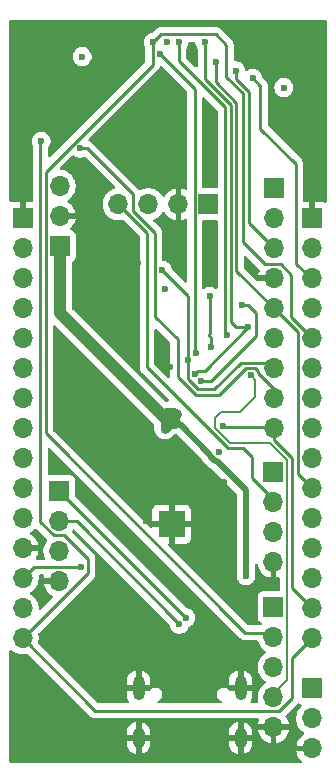
<source format=gbr>
%TF.GenerationSoftware,KiCad,Pcbnew,9.0.0*%
%TF.CreationDate,2025-04-24T12:01:06-04:00*%
%TF.ProjectId,Tiny4FSKGeneralShield,54696e79-3446-4534-9b47-656e6572616c,rev?*%
%TF.SameCoordinates,Original*%
%TF.FileFunction,Copper,L4,Bot*%
%TF.FilePolarity,Positive*%
%FSLAX46Y46*%
G04 Gerber Fmt 4.6, Leading zero omitted, Abs format (unit mm)*
G04 Created by KiCad (PCBNEW 9.0.0) date 2025-04-24 12:01:06*
%MOMM*%
%LPD*%
G01*
G04 APERTURE LIST*
%TA.AperFunction,ComponentPad*%
%ADD10R,1.700000X1.700000*%
%TD*%
%TA.AperFunction,ComponentPad*%
%ADD11O,1.700000X1.700000*%
%TD*%
%TA.AperFunction,HeatsinkPad*%
%ADD12O,1.000000X2.100000*%
%TD*%
%TA.AperFunction,HeatsinkPad*%
%ADD13O,1.000000X1.800000*%
%TD*%
%TA.AperFunction,ComponentPad*%
%ADD14C,0.600000*%
%TD*%
%TA.AperFunction,SMDPad,CuDef*%
%ADD15R,2.300000X2.300000*%
%TD*%
%TA.AperFunction,ViaPad*%
%ADD16C,0.600000*%
%TD*%
%TA.AperFunction,Conductor*%
%ADD17C,0.500000*%
%TD*%
%TA.AperFunction,Conductor*%
%ADD18C,0.750000*%
%TD*%
%TA.AperFunction,Conductor*%
%ADD19C,1.000000*%
%TD*%
%TA.AperFunction,Conductor*%
%ADD20C,0.250000*%
%TD*%
%TA.AperFunction,Conductor*%
%ADD21C,0.200000*%
%TD*%
G04 APERTURE END LIST*
D10*
%TO.P,J17,1,Pin_1*%
%TO.N,Earth*%
X136500000Y-80260000D03*
D11*
%TO.P,J17,2,Pin_2*%
%TO.N,SDA_5*%
X136500000Y-82800000D03*
%TO.P,J17,3,Pin_3*%
%TO.N,SCL_5*%
X136500000Y-85340000D03*
%TO.P,J17,4,Pin_4*%
%TO.N,Earth*%
X136500000Y-87880000D03*
%TO.P,J17,5,Pin_5*%
%TO.N,MOSI_5*%
X136500000Y-90420000D03*
%TO.P,J17,6,Pin_6*%
%TO.N,MISO_5*%
X136500000Y-92960000D03*
%TO.P,J17,7,Pin_7*%
%TO.N,SCK_5*%
X136500000Y-95500000D03*
%TO.P,J17,8,Pin_8*%
%TO.N,Earth*%
X136500000Y-98040000D03*
%TO.P,J17,9,Pin_9*%
%TO.N,D12_5*%
X136500000Y-100580000D03*
%TO.P,J17,10,Pin_10*%
%TO.N,D13_5*%
X136500000Y-103120000D03*
%TO.P,J17,11,Pin_11*%
%TO.N,D38_5*%
X136500000Y-105660000D03*
%TO.P,J17,12,Pin_12*%
%TO.N,Earth*%
X136500000Y-108200000D03*
%TO.P,J17,13,Pin_13*%
%TO.N,A1_5*%
X136500000Y-110740000D03*
%TO.P,J17,14,Pin_14*%
%TO.N,A2_5*%
X136500000Y-113280000D03*
%TO.P,J17,15,Pin_15*%
%TO.N,GNDA*%
X136500000Y-115820000D03*
%TD*%
D12*
%TO.P,J2,S1,SHIELD*%
%TO.N,Earth*%
X146307000Y-120070772D03*
D13*
X146307000Y-124250772D03*
D12*
X154947000Y-120070772D03*
D13*
X154947000Y-124250772D03*
%TD*%
D10*
%TO.P,J16,1,Pin_1*%
%TO.N,Earth*%
X161000000Y-80260000D03*
D11*
%TO.P,J16,2,Pin_2*%
%TO.N,SDA*%
X161000000Y-82800000D03*
%TO.P,J16,3,Pin_3*%
%TO.N,SCL*%
X161000000Y-85340000D03*
%TO.P,J16,4,Pin_4*%
%TO.N,Earth*%
X161000000Y-87880000D03*
%TO.P,J16,5,Pin_5*%
%TO.N,MOSI*%
X161000000Y-90420000D03*
%TO.P,J16,6,Pin_6*%
%TO.N,MISO*%
X161000000Y-92960000D03*
%TO.P,J16,7,Pin_7*%
%TO.N,SCK*%
X161000000Y-95500000D03*
%TO.P,J16,8,Pin_8*%
%TO.N,Earth*%
X161000000Y-98040000D03*
%TO.P,J16,9,Pin_9*%
%TO.N,D12*%
X161000000Y-100580000D03*
%TO.P,J16,10,Pin_10*%
%TO.N,D13*%
X161000000Y-103120000D03*
%TO.P,J16,11,Pin_11*%
%TO.N,D38*%
X161000000Y-105660000D03*
%TO.P,J16,12,Pin_12*%
%TO.N,Earth*%
X161000000Y-108200000D03*
%TO.P,J16,13,Pin_13*%
%TO.N,A1*%
X161000000Y-110740000D03*
%TO.P,J16,14,Pin_14*%
%TO.N,A2*%
X161000000Y-113280000D03*
%TO.P,J16,15,Pin_15*%
%TO.N,GNDA*%
X161000000Y-115820000D03*
%TD*%
D10*
%TO.P,J15,1,Pin_1*%
%TO.N,+5V*%
X161000000Y-120075000D03*
D11*
%TO.P,J15,2,Pin_2*%
%TO.N,+3.3V*%
X161000000Y-122615000D03*
%TO.P,J15,3,Pin_3*%
%TO.N,Earth*%
X161000000Y-125155000D03*
%TD*%
D14*
%TO.P,U3,11,PGND*%
%TO.N,Earth*%
X148602000Y-106675772D03*
X149602000Y-106675772D03*
D15*
X149102000Y-106176772D03*
D14*
X149102000Y-106175772D03*
X148602000Y-105675772D03*
X149602000Y-105675772D03*
%TD*%
D10*
%TO.P,J12,1,Pin_1*%
%TO.N,+3.3V*%
X152227000Y-79075772D03*
D11*
%TO.P,J12,2,Pin_2*%
%TO.N,Earth*%
X149687000Y-79075772D03*
%TO.P,J12,3,Pin_3*%
%TO.N,SCL*%
X147147000Y-79075772D03*
%TO.P,J12,4,Pin_4*%
%TO.N,SDA*%
X144607000Y-79075772D03*
%TD*%
D10*
%TO.P,J7,1,Pin_1*%
%TO.N,+5V*%
X139641431Y-82602929D03*
D11*
%TO.P,J7,2,Pin_2*%
%TO.N,Earth*%
X139641431Y-80062929D03*
%TO.P,J7,3,Pin_3*%
%TO.N,+3.3V*%
X139641431Y-77522929D03*
%TD*%
D10*
%TO.P,J8,1,Pin_1*%
%TO.N,D+*%
X139597000Y-103360772D03*
D11*
%TO.P,J8,2,Pin_2*%
%TO.N,D-*%
X139597000Y-105900772D03*
%TO.P,J8,3,Pin_3*%
%TO.N,+3.3V*%
X139597000Y-108440772D03*
%TO.P,J8,4,Pin_4*%
%TO.N,Earth*%
X139597000Y-110980772D03*
%TD*%
D10*
%TO.P,J4,1,Pin_1*%
%TO.N,D38*%
X157747000Y-77730772D03*
D11*
%TO.P,J4,2,Pin_2*%
%TO.N,Earth*%
X157747000Y-80270772D03*
%TO.P,J4,3,Pin_3*%
%TO.N,D12*%
X157747000Y-82810772D03*
%TO.P,J4,4,Pin_4*%
%TO.N,Earth*%
X157747000Y-85350772D03*
%TO.P,J4,5,Pin_5*%
%TO.N,D13*%
X157747000Y-87890772D03*
%TO.P,J4,6,Pin_6*%
%TO.N,Earth*%
X157747000Y-90430772D03*
%TO.P,J4,7,Pin_7*%
%TO.N,A1*%
X157747000Y-92970772D03*
%TO.P,J4,8,Pin_8*%
%TO.N,GNDA*%
X157747000Y-95510772D03*
%TO.P,J4,9,Pin_9*%
%TO.N,A2*%
X157747000Y-98050772D03*
%TD*%
D10*
%TO.P,J6,1,Pin_1*%
%TO.N,+3.3V*%
X157727000Y-113175772D03*
D11*
%TO.P,J6,2,Pin_2*%
%TO.N,MOSI*%
X157727000Y-115715772D03*
%TO.P,J6,3,Pin_3*%
%TO.N,MISO*%
X157727000Y-118255772D03*
%TO.P,J6,4,Pin_4*%
%TO.N,SCK*%
X157727000Y-120795772D03*
%TO.P,J6,5,Pin_5*%
%TO.N,Earth*%
X157727000Y-123335772D03*
%TD*%
D10*
%TO.P,J3,1,Pin_1*%
%TO.N,+3.3V*%
X157727000Y-101740772D03*
D11*
%TO.P,J3,2,Pin_2*%
%TO.N,SDA*%
X157727000Y-104280772D03*
%TO.P,J3,3,Pin_3*%
%TO.N,SCL*%
X157727000Y-106820772D03*
%TO.P,J3,4,Pin_4*%
%TO.N,Earth*%
X157727000Y-109360772D03*
%TD*%
D16*
%TO.N,Earth*%
X161527000Y-75575772D03*
X152627000Y-73975772D03*
X151827000Y-105975772D03*
X145127000Y-117275772D03*
X143300000Y-86000000D03*
X137527000Y-121375772D03*
X152543667Y-124275772D03*
X141600000Y-97300000D03*
X161527000Y-70209106D03*
X136127000Y-77964661D03*
X142327000Y-68275772D03*
X148127000Y-124275772D03*
X145327000Y-102575772D03*
X149800000Y-82800000D03*
X135927000Y-121375772D03*
X151660333Y-124275772D03*
X161527000Y-73786883D03*
X153500000Y-102600000D03*
X136127000Y-67231328D03*
X145327000Y-101175772D03*
X140527000Y-64075772D03*
X146927000Y-105875772D03*
X157527000Y-71675772D03*
X149893667Y-124275772D03*
X161527000Y-66631328D03*
X145327000Y-99775772D03*
X149000000Y-92900000D03*
X144727000Y-110975772D03*
X145627000Y-71875772D03*
X147427000Y-71875772D03*
X144127000Y-74675772D03*
X144727000Y-111675772D03*
X145327000Y-100475772D03*
X151827000Y-106675772D03*
X149427000Y-71875772D03*
X138927000Y-119675772D03*
X150827000Y-65675772D03*
X153107234Y-100031385D03*
X153427000Y-124275772D03*
X150777000Y-124275772D03*
X146227000Y-84075772D03*
X154250000Y-112400000D03*
X150800000Y-103200000D03*
X145327000Y-101875772D03*
X149010333Y-124275772D03*
X161527000Y-68420217D03*
X143727000Y-72875772D03*
X152627000Y-73275772D03*
X146227000Y-115875772D03*
X161527000Y-77364661D03*
X144727000Y-112375772D03*
X139800000Y-124950000D03*
X140400000Y-115500000D03*
X152227000Y-114175772D03*
X152427000Y-82175772D03*
X154327000Y-115875772D03*
X144127000Y-66275772D03*
X142500000Y-93700000D03*
X135927000Y-119586883D03*
%TO.N,+5V*%
X149527000Y-96875772D03*
X148708325Y-97361558D03*
X155400000Y-110550000D03*
X148527000Y-98075772D03*
X148627000Y-96665772D03*
X149427000Y-97675772D03*
%TO.N,D38*%
X151175518Y-91675000D03*
X148127000Y-66375772D03*
%TO.N,SCK*%
X149727000Y-65375772D03*
X153800000Y-90125000D03*
X155800000Y-93575000D03*
%TO.N,MOSI*%
X147527000Y-65375772D03*
%TO.N,+3.3V*%
X141527000Y-66575772D03*
X158602000Y-69198792D03*
X148527000Y-86275772D03*
X148727000Y-65375772D03*
%TO.N,MISO*%
X151125000Y-93416209D03*
X155600000Y-89500000D03*
X151927000Y-65375772D03*
%TO.N,D-*%
X149752427Y-114647573D03*
%TO.N,D+*%
X150318114Y-114081886D03*
%TO.N,SCL*%
X151566942Y-94083058D03*
X155978596Y-68427368D03*
X155100000Y-87600000D03*
%TO.N,D13*%
X152827000Y-67000772D03*
%TO.N,A1*%
X150527000Y-92300000D03*
X148327000Y-84675772D03*
%TO.N,D12*%
X152441942Y-91158058D03*
X152327000Y-86875772D03*
X154527000Y-67775772D03*
%TO.N,A2*%
X153487765Y-97888007D03*
%TO.N,A1_5*%
X141400000Y-109800000D03*
%TO.N,GNDA*%
X138050000Y-73750000D03*
X141375000Y-74350000D03*
%TD*%
D17*
%TO.N,+5V*%
X149775772Y-97675772D02*
X149427000Y-97675772D01*
X152376000Y-100276000D02*
X149775772Y-97675772D01*
X152376000Y-100376361D02*
X152376000Y-100276000D01*
X152815925Y-100816286D02*
X152376000Y-100376361D01*
X155400000Y-103300000D02*
X152916286Y-100816286D01*
X155400000Y-110550000D02*
X155400000Y-103300000D01*
X152916286Y-100816286D02*
X152815925Y-100816286D01*
D18*
X148527000Y-96765772D02*
X148627000Y-96665772D01*
X148527000Y-98075772D02*
X148527000Y-96765772D01*
X149427000Y-97675772D02*
X149427000Y-96975772D01*
X149317000Y-96665772D02*
X149527000Y-96875772D01*
X148627000Y-96665772D02*
X149317000Y-96665772D01*
X148527000Y-97875772D02*
X149527000Y-96875772D01*
X148527000Y-98075772D02*
X148527000Y-97875772D01*
X149427000Y-97675772D02*
X149427000Y-97465772D01*
X149427000Y-97465772D02*
X148627000Y-96665772D01*
D19*
X148708325Y-97361558D02*
X139641431Y-88294664D01*
D18*
X148927000Y-97675772D02*
X148527000Y-98075772D01*
X149427000Y-96975772D02*
X149527000Y-96875772D01*
D19*
X139641431Y-88294664D02*
X139641431Y-82602929D01*
D18*
X149427000Y-97675772D02*
X148927000Y-97675772D01*
D20*
%TO.N,D38*%
X151152000Y-91600772D02*
X151051000Y-91499772D01*
X151152000Y-91651482D02*
X151152000Y-91600772D01*
X151051000Y-69299772D02*
X148127000Y-66375772D01*
X151175518Y-91675000D02*
X151152000Y-91651482D01*
X151051000Y-91499772D02*
X151051000Y-69299772D01*
D21*
%TO.N,SCK*%
X152800000Y-98048772D02*
X154027000Y-99275772D01*
D20*
X153627000Y-89875772D02*
X153627000Y-70875772D01*
D21*
X156191942Y-95410830D02*
X154902772Y-96700000D01*
X158900000Y-100748772D02*
X158900000Y-119362772D01*
D20*
X153627000Y-70875772D02*
X149727000Y-66975772D01*
X153800000Y-90048772D02*
X153627000Y-89875772D01*
D21*
X155800000Y-93575000D02*
X156191942Y-93966942D01*
X154902772Y-96700000D02*
X153300000Y-96700000D01*
D20*
X149727000Y-66975772D02*
X149727000Y-65375772D01*
D21*
X157427000Y-99275772D02*
X158900000Y-100748772D01*
X156191942Y-93966942D02*
X156191942Y-95410830D01*
X157727000Y-120535772D02*
X157727000Y-120795772D01*
D20*
X153800000Y-90125000D02*
X153800000Y-90048772D01*
D21*
X154027000Y-99275772D02*
X157427000Y-99275772D01*
X153300000Y-96700000D02*
X152800000Y-97200000D01*
X158900000Y-119362772D02*
X157727000Y-120535772D01*
X152800000Y-97200000D02*
X152800000Y-98048772D01*
D20*
%TO.N,MOSI*%
X157467000Y-115355772D02*
X155329000Y-115355772D01*
X153727000Y-68275772D02*
X155127000Y-69675772D01*
X153727000Y-65575772D02*
X153727000Y-68275772D01*
X155127000Y-69675772D02*
X155127000Y-82275772D01*
X152827000Y-64675772D02*
X153727000Y-65575772D01*
X158351312Y-84175772D02*
X159227000Y-85051460D01*
X147501000Y-67249000D02*
X147501000Y-65401772D01*
X147527000Y-65375772D02*
X148227000Y-64675772D01*
X155329000Y-115355772D02*
X138431155Y-98457927D01*
X138431155Y-76318845D02*
X147501000Y-67249000D01*
X138431155Y-98457927D02*
X138431155Y-76318845D01*
X159227000Y-85051460D02*
X159227000Y-88647000D01*
X157727000Y-115615772D02*
X157467000Y-115355772D01*
X155127000Y-82275772D02*
X157027000Y-84175772D01*
X157027000Y-84175772D02*
X158351312Y-84175772D01*
X148227000Y-64675772D02*
X152827000Y-64675772D01*
X159227000Y-88647000D02*
X161000000Y-90420000D01*
X157727000Y-115715772D02*
X157727000Y-115615772D01*
X147501000Y-65401772D02*
X147527000Y-65375772D01*
%TO.N,MISO*%
X151125000Y-93416209D02*
X151330362Y-93210847D01*
X155600000Y-89500000D02*
X154551228Y-89500000D01*
X154127000Y-89075772D02*
X154127000Y-70675772D01*
X151889153Y-93210847D02*
X155600000Y-89500000D01*
X151330362Y-93210847D02*
X151889153Y-93210847D01*
X151927000Y-68475772D02*
X151927000Y-65375772D01*
X154127000Y-70675772D02*
X151927000Y-68475772D01*
X154551228Y-89500000D02*
X154127000Y-89075772D01*
%TO.N,D-*%
X141052000Y-105900772D02*
X139597000Y-105900772D01*
X149752427Y-114647573D02*
X149752427Y-114601199D01*
X149752427Y-114601199D02*
X141052000Y-105900772D01*
%TO.N,D+*%
X150318114Y-114081886D02*
X139597000Y-103360772D01*
%TO.N,SCL*%
X159627000Y-75675772D02*
X159627000Y-84103855D01*
X156627000Y-72675772D02*
X159627000Y-75675772D01*
X159627000Y-84103855D02*
X161044718Y-85521573D01*
X156227000Y-90273000D02*
X156227000Y-88275772D01*
X155978596Y-68427368D02*
X156627000Y-69075772D01*
X151566942Y-94083058D02*
X152416942Y-94083058D01*
X152416942Y-94083058D02*
X156227000Y-90273000D01*
X156227000Y-88275772D02*
X155551228Y-87600000D01*
X156627000Y-69075772D02*
X156627000Y-72675772D01*
X155551228Y-87600000D02*
X155100000Y-87600000D01*
%TO.N,SDA*%
X147027000Y-81495772D02*
X144607000Y-79075772D01*
X147027000Y-92878227D02*
X147027000Y-81495772D01*
X155927000Y-102275772D02*
X155927000Y-100475772D01*
X157727000Y-104280772D02*
X157727000Y-104075772D01*
X157727000Y-104075772D02*
X155927000Y-102275772D01*
X155927000Y-100475772D02*
X155153000Y-99701772D01*
X153850545Y-99701772D02*
X147027000Y-92878227D01*
X155153000Y-99701772D02*
X153850545Y-99701772D01*
%TO.N,D13*%
X154578000Y-84721772D02*
X157747000Y-87890772D01*
X152827000Y-67000772D02*
X152827000Y-68737962D01*
X154578000Y-70488962D02*
X154578000Y-84721772D01*
X159777000Y-101897000D02*
X161000000Y-103120000D01*
X159777000Y-89920772D02*
X159777000Y-101897000D01*
X152827000Y-68737962D02*
X154578000Y-70488962D01*
X157747000Y-87890772D02*
X159777000Y-89920772D01*
%TO.N,A1*%
X150500000Y-92327000D02*
X150500000Y-93900000D01*
X150527000Y-92300000D02*
X150500000Y-92327000D01*
X151350000Y-94750000D02*
X152700000Y-94750000D01*
X150500000Y-93900000D02*
X151350000Y-94750000D01*
X150527000Y-86875772D02*
X148327000Y-84675772D01*
X154950000Y-92500000D02*
X157276228Y-92500000D01*
X157276228Y-92500000D02*
X157747000Y-92970772D01*
X150527000Y-92300000D02*
X150527000Y-86875772D01*
X152700000Y-94750000D02*
X154950000Y-92500000D01*
%TO.N,D12*%
X152305837Y-90096935D02*
X152327000Y-90075772D01*
X155627000Y-80690772D02*
X157747000Y-82810772D01*
X152441942Y-90341942D02*
X152305837Y-90205837D01*
X154527000Y-67775772D02*
X154527000Y-68437962D01*
X154527000Y-68437962D02*
X155627000Y-69537962D01*
X152441942Y-91158058D02*
X152441942Y-90341942D01*
X155627000Y-69537962D02*
X155627000Y-80690772D01*
X152305837Y-90205837D02*
X152305837Y-90096935D01*
X152327000Y-90075772D02*
X152327000Y-86875772D01*
%TO.N,A2*%
X153487765Y-97888007D02*
X153575530Y-97975772D01*
X159326000Y-100572317D02*
X157800000Y-99046317D01*
X157672000Y-97975772D02*
X157747000Y-98050772D01*
X161000000Y-113280000D02*
X159326000Y-111606000D01*
X157800000Y-99046317D02*
X157800000Y-98103772D01*
X153575530Y-97975772D02*
X157672000Y-97975772D01*
X159326000Y-111606000D02*
X159326000Y-100572317D01*
X157800000Y-98103772D02*
X157747000Y-98050772D01*
%TO.N,A1_5*%
X141400000Y-109800000D02*
X137440000Y-109800000D01*
X137440000Y-109800000D02*
X136500000Y-110740000D01*
%TO.N,GNDA*%
X157747000Y-94697000D02*
X157747000Y-95510772D01*
X145850000Y-79680962D02*
X147700000Y-81530962D01*
X156150000Y-92950000D02*
X156400000Y-93200000D01*
X151163190Y-95201000D02*
X153149000Y-95201000D01*
X153149000Y-95201000D02*
X155400000Y-92950000D01*
X142026000Y-110294000D02*
X142026000Y-109076000D01*
X159326000Y-120859888D02*
X159326000Y-117494000D01*
X142651772Y-121971772D02*
X158214116Y-121971772D01*
X149626000Y-93663810D02*
X151163190Y-95201000D01*
X137980155Y-105947043D02*
X137980155Y-73819845D01*
X137980155Y-73819845D02*
X138050000Y-73750000D01*
X156400000Y-93200000D02*
X156400000Y-93350000D01*
X147700000Y-81530962D02*
X147700000Y-88600000D01*
X140026772Y-107076772D02*
X139109884Y-107076772D01*
X136500000Y-115820000D02*
X142026000Y-110294000D01*
X159326000Y-117494000D02*
X161000000Y-115820000D01*
X155400000Y-92950000D02*
X156150000Y-92950000D01*
X142026000Y-109076000D02*
X140026772Y-107076772D01*
X156400000Y-93350000D02*
X157747000Y-94697000D01*
X136500000Y-115820000D02*
X142651772Y-121971772D01*
X139109884Y-107076772D02*
X137980155Y-105947043D01*
X149626000Y-90526000D02*
X149626000Y-93663810D01*
X158214116Y-121971772D02*
X159326000Y-120859888D01*
X141950000Y-74350000D02*
X145850000Y-78250000D01*
X141375000Y-74350000D02*
X141950000Y-74350000D01*
X145850000Y-78250000D02*
X145850000Y-79680962D01*
X147700000Y-88600000D02*
X149626000Y-90526000D01*
%TD*%
%TA.AperFunction,Conductor*%
%TO.N,Earth*%
G36*
X135582703Y-116813045D02*
G01*
X135589181Y-116819077D01*
X135620213Y-116850109D01*
X135792179Y-116975048D01*
X135792181Y-116975049D01*
X135792184Y-116975051D01*
X135981588Y-117071557D01*
X136183757Y-117137246D01*
X136393713Y-117170500D01*
X136393714Y-117170500D01*
X136606286Y-117170500D01*
X136606287Y-117170500D01*
X136816243Y-117137246D01*
X136831837Y-117132178D01*
X136901676Y-117130182D01*
X136957837Y-117162428D01*
X142253034Y-122457626D01*
X142253037Y-122457629D01*
X142304262Y-122491856D01*
X142355486Y-122526083D01*
X142469320Y-122573235D01*
X142590160Y-122597271D01*
X142590164Y-122597272D01*
X156385794Y-122597272D01*
X156452833Y-122616957D01*
X156498588Y-122669761D01*
X156508532Y-122738919D01*
X156496279Y-122777566D01*
X156475905Y-122817551D01*
X156410242Y-123019642D01*
X156410242Y-123019645D01*
X156399769Y-123085772D01*
X157293988Y-123085772D01*
X157261075Y-123142779D01*
X157227000Y-123269946D01*
X157227000Y-123401598D01*
X157261075Y-123528765D01*
X157293988Y-123585772D01*
X156399769Y-123585772D01*
X156410242Y-123651898D01*
X156410242Y-123651901D01*
X156475904Y-123853989D01*
X156572379Y-124043329D01*
X156697272Y-124215231D01*
X156697276Y-124215236D01*
X156847535Y-124365495D01*
X156847540Y-124365499D01*
X157019442Y-124490392D01*
X157208782Y-124586867D01*
X157410871Y-124652529D01*
X157477000Y-124663003D01*
X157477000Y-123768784D01*
X157534007Y-123801697D01*
X157661174Y-123835772D01*
X157792826Y-123835772D01*
X157919993Y-123801697D01*
X157977000Y-123768784D01*
X157977000Y-124663002D01*
X158043126Y-124652529D01*
X158043129Y-124652529D01*
X158245217Y-124586867D01*
X158434557Y-124490392D01*
X158606459Y-124365499D01*
X158606464Y-124365495D01*
X158756723Y-124215236D01*
X158756727Y-124215231D01*
X158881620Y-124043329D01*
X158978095Y-123853989D01*
X159043757Y-123651901D01*
X159043757Y-123651898D01*
X159054231Y-123585772D01*
X158160012Y-123585772D01*
X158192925Y-123528765D01*
X158227000Y-123401598D01*
X158227000Y-123269946D01*
X158192925Y-123142779D01*
X158160012Y-123085772D01*
X159054231Y-123085772D01*
X159043757Y-123019645D01*
X159043757Y-123019642D01*
X158978095Y-122817554D01*
X158881620Y-122628214D01*
X158758985Y-122459420D01*
X158735505Y-122393614D01*
X158751331Y-122325560D01*
X158771618Y-122298858D01*
X159713894Y-121356583D01*
X159775213Y-121323101D01*
X159844905Y-121328085D01*
X159853584Y-121331703D01*
X159865433Y-121337178D01*
X159907669Y-121368796D01*
X160042517Y-121419091D01*
X160042761Y-121419117D01*
X160047762Y-121421428D01*
X160070660Y-121441449D01*
X160095016Y-121459681D01*
X160096711Y-121464225D01*
X160100362Y-121467418D01*
X160108802Y-121496642D01*
X160119433Y-121525145D01*
X160118402Y-121529883D01*
X160119748Y-121534544D01*
X160111048Y-121563692D01*
X160104582Y-121593418D01*
X160100580Y-121598763D01*
X160099765Y-121601495D01*
X160096323Y-121604450D01*
X160083431Y-121621673D01*
X159969889Y-121735215D01*
X159844951Y-121907179D01*
X159748444Y-122096585D01*
X159682753Y-122298760D01*
X159649500Y-122508713D01*
X159649500Y-122721286D01*
X159674781Y-122880908D01*
X159682754Y-122931243D01*
X159729146Y-123074023D01*
X159748444Y-123133414D01*
X159844951Y-123322820D01*
X159969890Y-123494786D01*
X160120213Y-123645109D01*
X160292179Y-123770048D01*
X160292181Y-123770049D01*
X160292184Y-123770051D01*
X160301493Y-123774794D01*
X160352290Y-123822766D01*
X160369087Y-123890587D01*
X160346552Y-123956722D01*
X160301502Y-123995762D01*
X160292443Y-124000378D01*
X160120540Y-124125272D01*
X160120535Y-124125276D01*
X159970276Y-124275535D01*
X159970272Y-124275540D01*
X159845379Y-124447442D01*
X159748904Y-124636782D01*
X159683242Y-124838870D01*
X159683242Y-124838873D01*
X159672769Y-124905000D01*
X160566988Y-124905000D01*
X160534075Y-124962007D01*
X160500000Y-125089174D01*
X160500000Y-125220826D01*
X160534075Y-125347993D01*
X160566988Y-125405000D01*
X159672769Y-125405000D01*
X159683242Y-125471126D01*
X159683242Y-125471129D01*
X159748904Y-125673217D01*
X159845379Y-125862557D01*
X159970272Y-126034459D01*
X159970276Y-126034464D01*
X160099403Y-126163591D01*
X160132888Y-126224914D01*
X160127904Y-126294606D01*
X160086032Y-126350539D01*
X160020568Y-126374956D01*
X160011722Y-126375272D01*
X135501500Y-126375272D01*
X135434461Y-126355587D01*
X135388706Y-126302783D01*
X135377500Y-126251272D01*
X135377500Y-123752276D01*
X145307000Y-123752276D01*
X145307000Y-124000772D01*
X146007000Y-124000772D01*
X146007000Y-124500772D01*
X145307000Y-124500772D01*
X145307000Y-124749267D01*
X145345427Y-124942453D01*
X145345430Y-124942465D01*
X145420807Y-125124443D01*
X145420814Y-125124456D01*
X145530248Y-125288234D01*
X145530251Y-125288238D01*
X145669533Y-125427520D01*
X145669537Y-125427523D01*
X145833315Y-125536957D01*
X145833328Y-125536964D01*
X146015308Y-125612341D01*
X146057000Y-125620634D01*
X146057000Y-124817760D01*
X146066940Y-124834977D01*
X146122795Y-124890832D01*
X146191204Y-124930328D01*
X146267504Y-124950772D01*
X146346496Y-124950772D01*
X146422796Y-124930328D01*
X146491205Y-124890832D01*
X146547060Y-124834977D01*
X146557000Y-124817760D01*
X146557000Y-125620634D01*
X146598690Y-125612341D01*
X146598692Y-125612341D01*
X146780671Y-125536964D01*
X146780684Y-125536957D01*
X146944462Y-125427523D01*
X146944466Y-125427520D01*
X147083748Y-125288238D01*
X147083751Y-125288234D01*
X147193185Y-125124456D01*
X147193192Y-125124443D01*
X147268569Y-124942465D01*
X147268572Y-124942453D01*
X147306999Y-124749267D01*
X147307000Y-124749264D01*
X147307000Y-124500772D01*
X146607000Y-124500772D01*
X146607000Y-124000772D01*
X147307000Y-124000772D01*
X147307000Y-123752280D01*
X147306999Y-123752276D01*
X153947000Y-123752276D01*
X153947000Y-124000772D01*
X154647000Y-124000772D01*
X154647000Y-124500772D01*
X153947000Y-124500772D01*
X153947000Y-124749267D01*
X153985427Y-124942453D01*
X153985430Y-124942465D01*
X154060807Y-125124443D01*
X154060814Y-125124456D01*
X154170248Y-125288234D01*
X154170251Y-125288238D01*
X154309533Y-125427520D01*
X154309537Y-125427523D01*
X154473315Y-125536957D01*
X154473328Y-125536964D01*
X154655308Y-125612341D01*
X154697000Y-125620634D01*
X154697000Y-124817760D01*
X154706940Y-124834977D01*
X154762795Y-124890832D01*
X154831204Y-124930328D01*
X154907504Y-124950772D01*
X154986496Y-124950772D01*
X155062796Y-124930328D01*
X155131205Y-124890832D01*
X155187060Y-124834977D01*
X155197000Y-124817760D01*
X155197000Y-125620634D01*
X155238690Y-125612341D01*
X155238692Y-125612341D01*
X155420671Y-125536964D01*
X155420684Y-125536957D01*
X155584462Y-125427523D01*
X155584466Y-125427520D01*
X155723748Y-125288238D01*
X155723751Y-125288234D01*
X155833185Y-125124456D01*
X155833192Y-125124443D01*
X155908569Y-124942465D01*
X155908572Y-124942453D01*
X155946999Y-124749267D01*
X155947000Y-124749264D01*
X155947000Y-124500772D01*
X155247000Y-124500772D01*
X155247000Y-124000772D01*
X155947000Y-124000772D01*
X155947000Y-123752280D01*
X155946999Y-123752276D01*
X155911320Y-123572899D01*
X155908572Y-123559087D01*
X155908569Y-123559078D01*
X155833192Y-123377100D01*
X155833185Y-123377087D01*
X155723751Y-123213309D01*
X155723748Y-123213305D01*
X155584466Y-123074023D01*
X155584462Y-123074020D01*
X155420684Y-122964586D01*
X155420671Y-122964579D01*
X155238691Y-122889201D01*
X155238683Y-122889199D01*
X155197000Y-122880907D01*
X155197000Y-123683783D01*
X155187060Y-123666567D01*
X155131205Y-123610712D01*
X155062796Y-123571216D01*
X154986496Y-123550772D01*
X154907504Y-123550772D01*
X154831204Y-123571216D01*
X154762795Y-123610712D01*
X154706940Y-123666567D01*
X154697000Y-123683783D01*
X154697000Y-122880908D01*
X154696999Y-122880907D01*
X154655316Y-122889199D01*
X154655308Y-122889201D01*
X154473328Y-122964579D01*
X154473315Y-122964586D01*
X154309537Y-123074020D01*
X154309533Y-123074023D01*
X154170251Y-123213305D01*
X154170248Y-123213309D01*
X154060814Y-123377087D01*
X154060807Y-123377100D01*
X153985430Y-123559078D01*
X153985427Y-123559090D01*
X153947000Y-123752276D01*
X147306999Y-123752276D01*
X147268572Y-123559090D01*
X147268569Y-123559078D01*
X147193192Y-123377100D01*
X147193185Y-123377087D01*
X147083751Y-123213309D01*
X147083748Y-123213305D01*
X146944466Y-123074023D01*
X146944462Y-123074020D01*
X146780684Y-122964586D01*
X146780671Y-122964579D01*
X146598691Y-122889201D01*
X146598683Y-122889199D01*
X146557000Y-122880907D01*
X146557000Y-123683783D01*
X146547060Y-123666567D01*
X146491205Y-123610712D01*
X146422796Y-123571216D01*
X146346496Y-123550772D01*
X146267504Y-123550772D01*
X146191204Y-123571216D01*
X146122795Y-123610712D01*
X146066940Y-123666567D01*
X146057000Y-123683783D01*
X146057000Y-122880908D01*
X146056999Y-122880907D01*
X146015316Y-122889199D01*
X146015308Y-122889201D01*
X145833328Y-122964579D01*
X145833315Y-122964586D01*
X145669537Y-123074020D01*
X145669533Y-123074023D01*
X145530251Y-123213305D01*
X145530248Y-123213309D01*
X145420814Y-123377087D01*
X145420807Y-123377100D01*
X145345430Y-123559078D01*
X145345427Y-123559090D01*
X145307000Y-123752276D01*
X135377500Y-123752276D01*
X135377500Y-116906758D01*
X135397185Y-116839719D01*
X135449989Y-116793964D01*
X135519147Y-116784020D01*
X135582703Y-116813045D01*
G37*
%TD.AperFunction*%
%TA.AperFunction,Conductor*%
G36*
X138810858Y-99722666D02*
G01*
X138817336Y-99728698D01*
X154923072Y-115834436D01*
X154923074Y-115834437D01*
X154930267Y-115841630D01*
X155032715Y-115910084D01*
X155099397Y-115937704D01*
X155146548Y-115957235D01*
X155166597Y-115961223D01*
X155200196Y-115967906D01*
X155267392Y-115981273D01*
X155267394Y-115981273D01*
X155396721Y-115981273D01*
X155396741Y-115981272D01*
X156303176Y-115981272D01*
X156370215Y-116000957D01*
X156415970Y-116053761D01*
X156421103Y-116066945D01*
X156475443Y-116234184D01*
X156475444Y-116234186D01*
X156571951Y-116423592D01*
X156696890Y-116595558D01*
X156847213Y-116745881D01*
X157019182Y-116870822D01*
X157027946Y-116875288D01*
X157078742Y-116923263D01*
X157095536Y-116991084D01*
X157072998Y-117057219D01*
X157027946Y-117096256D01*
X157019182Y-117100721D01*
X156847213Y-117225662D01*
X156696890Y-117375985D01*
X156571951Y-117547951D01*
X156475444Y-117737357D01*
X156409753Y-117939532D01*
X156376500Y-118149485D01*
X156376500Y-118362058D01*
X156406410Y-118550907D01*
X156409754Y-118572015D01*
X156440264Y-118665916D01*
X156475444Y-118774186D01*
X156571951Y-118963592D01*
X156696890Y-119135558D01*
X156847213Y-119285881D01*
X157019182Y-119410822D01*
X157027946Y-119415288D01*
X157078742Y-119463263D01*
X157095536Y-119531084D01*
X157072998Y-119597219D01*
X157027946Y-119636256D01*
X157019182Y-119640721D01*
X156847213Y-119765662D01*
X156696890Y-119915985D01*
X156571951Y-120087951D01*
X156475444Y-120277357D01*
X156409753Y-120479532D01*
X156376500Y-120689485D01*
X156376500Y-120902058D01*
X156409718Y-121111791D01*
X156409754Y-121112015D01*
X156419194Y-121141069D01*
X156433129Y-121183954D01*
X156435124Y-121253795D01*
X156399044Y-121313628D01*
X156336343Y-121344456D01*
X156315198Y-121346272D01*
X155896915Y-121346272D01*
X155829876Y-121326587D01*
X155784121Y-121273783D01*
X155774177Y-121204625D01*
X155793813Y-121153381D01*
X155833185Y-121094456D01*
X155833192Y-121094443D01*
X155908569Y-120912465D01*
X155908572Y-120912453D01*
X155946999Y-120719267D01*
X155947000Y-120719264D01*
X155947000Y-120320772D01*
X155247000Y-120320772D01*
X155247000Y-119820772D01*
X155947000Y-119820772D01*
X155947000Y-119422280D01*
X155946999Y-119422276D01*
X155908572Y-119229090D01*
X155908569Y-119229078D01*
X155833192Y-119047100D01*
X155833185Y-119047087D01*
X155723751Y-118883309D01*
X155723748Y-118883305D01*
X155584466Y-118744023D01*
X155584462Y-118744020D01*
X155420684Y-118634586D01*
X155420671Y-118634579D01*
X155238691Y-118559201D01*
X155238683Y-118559199D01*
X155197000Y-118550907D01*
X155197000Y-119353783D01*
X155187060Y-119336567D01*
X155131205Y-119280712D01*
X155062796Y-119241216D01*
X154986496Y-119220772D01*
X154907504Y-119220772D01*
X154831204Y-119241216D01*
X154762795Y-119280712D01*
X154706940Y-119336567D01*
X154697000Y-119353783D01*
X154697000Y-118550908D01*
X154696999Y-118550907D01*
X154655316Y-118559199D01*
X154655308Y-118559201D01*
X154473328Y-118634579D01*
X154473315Y-118634586D01*
X154309537Y-118744020D01*
X154309533Y-118744023D01*
X154170251Y-118883305D01*
X154170248Y-118883309D01*
X154060814Y-119047087D01*
X154060807Y-119047100D01*
X153985430Y-119229078D01*
X153985427Y-119229090D01*
X153947000Y-119422276D01*
X153947000Y-119820772D01*
X154647000Y-119820772D01*
X154647000Y-120320772D01*
X154108784Y-120320772D01*
X154041745Y-120301087D01*
X154001397Y-120258772D01*
X153977515Y-120217407D01*
X153870365Y-120110257D01*
X153804750Y-120072374D01*
X153739136Y-120034491D01*
X153665950Y-120014881D01*
X153592766Y-119995272D01*
X153441234Y-119995272D01*
X153294863Y-120034491D01*
X153163635Y-120110257D01*
X153163632Y-120110259D01*
X153056487Y-120217404D01*
X153056485Y-120217407D01*
X152980719Y-120348635D01*
X152945647Y-120479529D01*
X152941500Y-120495006D01*
X152941500Y-120646538D01*
X152960987Y-120719264D01*
X152980719Y-120792908D01*
X153018602Y-120858522D01*
X153056485Y-120924137D01*
X153163635Y-121031287D01*
X153294865Y-121107053D01*
X153294867Y-121107054D01*
X153296448Y-121107709D01*
X153297577Y-121108618D01*
X153301904Y-121111117D01*
X153301514Y-121111791D01*
X153350854Y-121151547D01*
X153372922Y-121217840D01*
X153355646Y-121285540D01*
X153304511Y-121333153D01*
X153249001Y-121346272D01*
X148004999Y-121346272D01*
X147937960Y-121326587D01*
X147892205Y-121273783D01*
X147882261Y-121204625D01*
X147911286Y-121141069D01*
X147952310Y-121111488D01*
X147952096Y-121111117D01*
X147955756Y-121109003D01*
X147957552Y-121107709D01*
X147959132Y-121107054D01*
X147959132Y-121107053D01*
X147959135Y-121107053D01*
X148090365Y-121031287D01*
X148197515Y-120924137D01*
X148273281Y-120792907D01*
X148312500Y-120646538D01*
X148312500Y-120495006D01*
X148273281Y-120348637D01*
X148197515Y-120217407D01*
X148090365Y-120110257D01*
X148024750Y-120072374D01*
X147959136Y-120034491D01*
X147885950Y-120014881D01*
X147812766Y-119995272D01*
X147661234Y-119995272D01*
X147514863Y-120034491D01*
X147383635Y-120110257D01*
X147383632Y-120110259D01*
X147276487Y-120217404D01*
X147276483Y-120217410D01*
X147252603Y-120258772D01*
X147202036Y-120306988D01*
X147145216Y-120320772D01*
X146607000Y-120320772D01*
X146607000Y-119820772D01*
X147307000Y-119820772D01*
X147307000Y-119422280D01*
X147306999Y-119422276D01*
X147268572Y-119229090D01*
X147268569Y-119229078D01*
X147193192Y-119047100D01*
X147193185Y-119047087D01*
X147083751Y-118883309D01*
X147083748Y-118883305D01*
X146944466Y-118744023D01*
X146944462Y-118744020D01*
X146780684Y-118634586D01*
X146780671Y-118634579D01*
X146598691Y-118559201D01*
X146598683Y-118559199D01*
X146557000Y-118550907D01*
X146557000Y-119353783D01*
X146547060Y-119336567D01*
X146491205Y-119280712D01*
X146422796Y-119241216D01*
X146346496Y-119220772D01*
X146267504Y-119220772D01*
X146191204Y-119241216D01*
X146122795Y-119280712D01*
X146066940Y-119336567D01*
X146057000Y-119353783D01*
X146057000Y-118550908D01*
X146056999Y-118550907D01*
X146015316Y-118559199D01*
X146015308Y-118559201D01*
X145833328Y-118634579D01*
X145833315Y-118634586D01*
X145669537Y-118744020D01*
X145669533Y-118744023D01*
X145530251Y-118883305D01*
X145530248Y-118883309D01*
X145420814Y-119047087D01*
X145420807Y-119047100D01*
X145345430Y-119229078D01*
X145345427Y-119229090D01*
X145307000Y-119422276D01*
X145307000Y-119820772D01*
X146007000Y-119820772D01*
X146007000Y-120320772D01*
X145307000Y-120320772D01*
X145307000Y-120719267D01*
X145345427Y-120912453D01*
X145345430Y-120912465D01*
X145420807Y-121094443D01*
X145420814Y-121094456D01*
X145460187Y-121153381D01*
X145481065Y-121220058D01*
X145462581Y-121287439D01*
X145410602Y-121334129D01*
X145357085Y-121346272D01*
X142962225Y-121346272D01*
X142895186Y-121326587D01*
X142874544Y-121309953D01*
X137842428Y-116277837D01*
X137808943Y-116216514D01*
X137812178Y-116151837D01*
X137817246Y-116136243D01*
X137850500Y-115926287D01*
X137850500Y-115713713D01*
X137817246Y-115503757D01*
X137812179Y-115488162D01*
X137810182Y-115418321D01*
X137842426Y-115362162D01*
X142424729Y-110779860D01*
X142424733Y-110779858D01*
X142511858Y-110692733D01*
X142564419Y-110614071D01*
X142564420Y-110614070D01*
X142580309Y-110590290D01*
X142580312Y-110590286D01*
X142613818Y-110509394D01*
X142627463Y-110476452D01*
X142651500Y-110355606D01*
X142651500Y-109014394D01*
X142650011Y-109006911D01*
X142648537Y-108999497D01*
X142648536Y-108999496D01*
X142640518Y-108959184D01*
X142627463Y-108893549D01*
X142580311Y-108779714D01*
X142539220Y-108718217D01*
X142511857Y-108677265D01*
X142511854Y-108677262D01*
X140696962Y-106862371D01*
X140680642Y-106832483D01*
X140663866Y-106802777D01*
X140663918Y-106801856D01*
X140663477Y-106801048D01*
X140665909Y-106767037D01*
X140667854Y-106733021D01*
X140668418Y-106731951D01*
X140668461Y-106731356D01*
X140684320Y-106701812D01*
X140718548Y-106654699D01*
X140773875Y-106612037D01*
X140843488Y-106606058D01*
X140905284Y-106638663D01*
X140906545Y-106639907D01*
X148916060Y-114649422D01*
X148949545Y-114710745D01*
X148951781Y-114724941D01*
X148951926Y-114726414D01*
X148982688Y-114881062D01*
X148982691Y-114881074D01*
X149043029Y-115026745D01*
X149043036Y-115026758D01*
X149130637Y-115157861D01*
X149130640Y-115157865D01*
X149242134Y-115269359D01*
X149242138Y-115269362D01*
X149373241Y-115356963D01*
X149373254Y-115356970D01*
X149518925Y-115417308D01*
X149518930Y-115417310D01*
X149673580Y-115448072D01*
X149673583Y-115448073D01*
X149673585Y-115448073D01*
X149831271Y-115448073D01*
X149831272Y-115448072D01*
X149985924Y-115417310D01*
X150131606Y-115356967D01*
X150262716Y-115269362D01*
X150374216Y-115157862D01*
X150461821Y-115026752D01*
X150461822Y-115026749D01*
X150461824Y-115026746D01*
X150511133Y-114907701D01*
X150554973Y-114853297D01*
X150578242Y-114840592D01*
X150697287Y-114791283D01*
X150697290Y-114791281D01*
X150697293Y-114791280D01*
X150828403Y-114703675D01*
X150939903Y-114592175D01*
X151027508Y-114461065D01*
X151087851Y-114315383D01*
X151118614Y-114160728D01*
X151118614Y-114003044D01*
X151118614Y-114003041D01*
X151118613Y-114003039D01*
X151087852Y-113848396D01*
X151087851Y-113848389D01*
X151067150Y-113798412D01*
X151027511Y-113702713D01*
X151027504Y-113702700D01*
X150939903Y-113571597D01*
X150939900Y-113571593D01*
X150828406Y-113460099D01*
X150828402Y-113460096D01*
X150697299Y-113372495D01*
X150697286Y-113372488D01*
X150551615Y-113312150D01*
X150551603Y-113312147D01*
X150440399Y-113290027D01*
X150378488Y-113257642D01*
X150376909Y-113256091D01*
X140983818Y-103863000D01*
X140950333Y-103801677D01*
X140947499Y-103775319D01*
X140947499Y-102462901D01*
X140947498Y-102462895D01*
X140941091Y-102403288D01*
X140890797Y-102268443D01*
X140890793Y-102268436D01*
X140804547Y-102153227D01*
X140804544Y-102153224D01*
X140689335Y-102066978D01*
X140689328Y-102066974D01*
X140554482Y-102016680D01*
X140554483Y-102016680D01*
X140494883Y-102010273D01*
X140494881Y-102010272D01*
X140494873Y-102010272D01*
X140494865Y-102010272D01*
X138729655Y-102010272D01*
X138662616Y-101990587D01*
X138616861Y-101937783D01*
X138605655Y-101886272D01*
X138605655Y-99816379D01*
X138625340Y-99749340D01*
X138678144Y-99703585D01*
X138747302Y-99693641D01*
X138810858Y-99722666D01*
G37*
%TD.AperFunction*%
%TA.AperFunction,Conductor*%
G36*
X139261858Y-89330457D02*
G01*
X139268336Y-89336489D01*
X147615181Y-97683334D01*
X147648666Y-97744657D01*
X147651500Y-97771015D01*
X147651500Y-98162005D01*
X147685143Y-98331138D01*
X147685146Y-98331150D01*
X147751138Y-98490470D01*
X147751145Y-98490483D01*
X147846954Y-98633870D01*
X147846957Y-98633874D01*
X147968897Y-98755814D01*
X147968901Y-98755817D01*
X148112288Y-98851626D01*
X148112301Y-98851633D01*
X148243237Y-98905868D01*
X148271626Y-98917627D01*
X148440766Y-98951271D01*
X148440769Y-98951272D01*
X148440771Y-98951272D01*
X148613231Y-98951272D01*
X148613232Y-98951271D01*
X148782374Y-98917627D01*
X148941705Y-98851630D01*
X149085099Y-98755817D01*
X149253325Y-98587591D01*
X149279669Y-98573205D01*
X149304749Y-98556691D01*
X149311860Y-98555628D01*
X149314648Y-98554106D01*
X149339626Y-98551280D01*
X149340345Y-98551272D01*
X149340771Y-98551272D01*
X149513229Y-98551272D01*
X149523473Y-98549234D01*
X149534988Y-98549106D01*
X149557964Y-98555575D01*
X149581742Y-98557698D01*
X149593980Y-98565716D01*
X149602243Y-98568043D01*
X149608765Y-98575403D01*
X149624049Y-98585417D01*
X151651350Y-100612718D01*
X151678230Y-100652946D01*
X151710915Y-100731855D01*
X151742229Y-100778719D01*
X151742230Y-100778722D01*
X151793046Y-100854775D01*
X151793052Y-100854782D01*
X152337509Y-101399238D01*
X152337511Y-101399240D01*
X152365825Y-101418157D01*
X152411195Y-101448472D01*
X152460430Y-101481370D01*
X152544090Y-101516023D01*
X152548663Y-101518378D01*
X152555362Y-101524761D01*
X152579566Y-101540934D01*
X154613181Y-103574549D01*
X154646666Y-103635872D01*
X154649500Y-103662230D01*
X154649500Y-110245396D01*
X154640062Y-110292844D01*
X154630263Y-110316503D01*
X154630262Y-110316506D01*
X154630260Y-110316511D01*
X154599500Y-110471153D01*
X154599500Y-110628846D01*
X154630261Y-110783489D01*
X154630264Y-110783501D01*
X154690602Y-110929172D01*
X154690609Y-110929185D01*
X154778210Y-111060288D01*
X154778213Y-111060292D01*
X154889707Y-111171786D01*
X154889711Y-111171789D01*
X155020814Y-111259390D01*
X155020827Y-111259397D01*
X155137175Y-111307589D01*
X155166503Y-111319737D01*
X155321153Y-111350499D01*
X155321156Y-111350500D01*
X155321158Y-111350500D01*
X155478844Y-111350500D01*
X155478845Y-111350499D01*
X155633497Y-111319737D01*
X155779179Y-111259394D01*
X155910289Y-111171789D01*
X156021789Y-111060289D01*
X156109394Y-110929179D01*
X156115290Y-110914946D01*
X156143729Y-110846286D01*
X156169737Y-110783497D01*
X156200500Y-110628842D01*
X156200500Y-110471158D01*
X156200500Y-110471155D01*
X156200499Y-110471153D01*
X156169739Y-110316511D01*
X156169738Y-110316508D01*
X156169737Y-110316503D01*
X156159937Y-110292844D01*
X156150500Y-110245396D01*
X156150500Y-109612520D01*
X156170185Y-109545481D01*
X156222989Y-109499726D01*
X156292147Y-109489782D01*
X156355703Y-109518807D01*
X156393477Y-109577585D01*
X156396973Y-109593122D01*
X156410242Y-109676899D01*
X156410242Y-109676902D01*
X156475904Y-109878989D01*
X156572379Y-110068329D01*
X156697272Y-110240231D01*
X156697276Y-110240236D01*
X156847535Y-110390495D01*
X156847540Y-110390499D01*
X157019442Y-110515392D01*
X157208782Y-110611867D01*
X157410871Y-110677529D01*
X157477000Y-110688003D01*
X157477000Y-109793784D01*
X157534007Y-109826697D01*
X157661174Y-109860772D01*
X157792826Y-109860772D01*
X157919993Y-109826697D01*
X157977000Y-109793784D01*
X157977000Y-110688002D01*
X158043125Y-110677530D01*
X158137181Y-110646969D01*
X158207022Y-110644974D01*
X158266855Y-110681054D01*
X158297684Y-110743754D01*
X158299500Y-110764900D01*
X158299500Y-111701272D01*
X158279815Y-111768311D01*
X158227011Y-111814066D01*
X158175500Y-111825272D01*
X156829129Y-111825272D01*
X156829123Y-111825273D01*
X156769516Y-111831680D01*
X156634671Y-111881974D01*
X156634664Y-111881978D01*
X156519455Y-111968224D01*
X156519452Y-111968227D01*
X156433206Y-112083436D01*
X156433202Y-112083443D01*
X156382908Y-112218289D01*
X156376501Y-112277888D01*
X156376500Y-112277907D01*
X156376500Y-114073642D01*
X156376501Y-114073648D01*
X156382908Y-114133255D01*
X156433202Y-114268100D01*
X156433206Y-114268107D01*
X156519452Y-114383316D01*
X156519455Y-114383319D01*
X156634664Y-114469565D01*
X156634671Y-114469569D01*
X156689690Y-114490090D01*
X156745624Y-114531961D01*
X156770041Y-114597426D01*
X156755189Y-114665699D01*
X156705784Y-114715104D01*
X156646357Y-114730272D01*
X155639453Y-114730272D01*
X155572414Y-114710587D01*
X155551772Y-114693953D01*
X148855976Y-107998157D01*
X148822491Y-107936834D01*
X148827475Y-107867142D01*
X148852000Y-107828981D01*
X148852000Y-107279325D01*
X148851999Y-107279324D01*
X149352000Y-107279324D01*
X149352000Y-107826772D01*
X150299828Y-107826772D01*
X150299844Y-107826771D01*
X150359372Y-107820370D01*
X150359379Y-107820368D01*
X150494086Y-107770126D01*
X150494093Y-107770122D01*
X150609187Y-107683962D01*
X150609190Y-107683959D01*
X150695350Y-107568865D01*
X150695354Y-107568858D01*
X150745596Y-107434151D01*
X150745598Y-107434144D01*
X150751999Y-107374616D01*
X150752000Y-107374599D01*
X150752000Y-106426772D01*
X150204552Y-106426772D01*
X149778777Y-106852549D01*
X149352000Y-107279324D01*
X148851999Y-107279324D01*
X148425223Y-106852549D01*
X148218609Y-106645935D01*
X148452000Y-106645935D01*
X148452000Y-106705609D01*
X148474836Y-106760740D01*
X148517032Y-106802936D01*
X148572163Y-106825772D01*
X148631837Y-106825772D01*
X148686968Y-106802936D01*
X148729164Y-106760740D01*
X148752000Y-106705609D01*
X148752000Y-106645935D01*
X149452000Y-106645935D01*
X149452000Y-106705609D01*
X149474836Y-106760740D01*
X149517032Y-106802936D01*
X149572163Y-106825772D01*
X149631837Y-106825772D01*
X149686968Y-106802936D01*
X149729164Y-106760740D01*
X149752000Y-106705609D01*
X149752000Y-106645935D01*
X149729164Y-106590804D01*
X149686968Y-106548608D01*
X149631837Y-106525772D01*
X149572163Y-106525772D01*
X149517032Y-106548608D01*
X149474836Y-106590804D01*
X149452000Y-106645935D01*
X148752000Y-106645935D01*
X148729164Y-106590804D01*
X148686968Y-106548608D01*
X148631837Y-106525772D01*
X148572163Y-106525772D01*
X148517032Y-106548608D01*
X148474836Y-106590804D01*
X148452000Y-106645935D01*
X148218609Y-106645935D01*
X147999447Y-106426772D01*
X147448695Y-106426772D01*
X147394651Y-106456281D01*
X147324960Y-106451295D01*
X147280614Y-106422795D01*
X147003754Y-106145935D01*
X148952000Y-106145935D01*
X148952000Y-106205609D01*
X148974836Y-106260740D01*
X149017032Y-106302936D01*
X149072163Y-106325772D01*
X149131837Y-106325772D01*
X149186968Y-106302936D01*
X149229164Y-106260740D01*
X149252000Y-106205609D01*
X149252000Y-106145935D01*
X149229164Y-106090804D01*
X149186968Y-106048608D01*
X149131837Y-106025772D01*
X149072163Y-106025772D01*
X149017032Y-106048608D01*
X148974836Y-106090804D01*
X148952000Y-106145935D01*
X147003754Y-106145935D01*
X145836746Y-104978927D01*
X147452000Y-104978927D01*
X147452000Y-105926772D01*
X147997447Y-105926772D01*
X147997447Y-105926771D01*
X148278283Y-105645935D01*
X148452000Y-105645935D01*
X148452000Y-105705609D01*
X148474836Y-105760740D01*
X148517032Y-105802936D01*
X148572163Y-105825772D01*
X148631837Y-105825772D01*
X148686968Y-105802936D01*
X148729164Y-105760740D01*
X148752000Y-105705609D01*
X148752000Y-105645935D01*
X149452000Y-105645935D01*
X149452000Y-105705609D01*
X149474836Y-105760740D01*
X149517032Y-105802936D01*
X149572163Y-105825772D01*
X149631837Y-105825772D01*
X149686968Y-105802936D01*
X149729164Y-105760740D01*
X149752000Y-105705609D01*
X149752000Y-105645935D01*
X149729164Y-105590804D01*
X149686968Y-105548608D01*
X149631837Y-105525772D01*
X149572163Y-105525772D01*
X149517032Y-105548608D01*
X149474836Y-105590804D01*
X149452000Y-105645935D01*
X148752000Y-105645935D01*
X148729164Y-105590804D01*
X148686968Y-105548608D01*
X148631837Y-105525772D01*
X148572163Y-105525772D01*
X148517032Y-105548608D01*
X148474836Y-105590804D01*
X148452000Y-105645935D01*
X148278283Y-105645935D01*
X148425223Y-105498995D01*
X148851999Y-105072218D01*
X149352000Y-105072218D01*
X149778777Y-105498995D01*
X150206552Y-105926771D01*
X150206553Y-105926772D01*
X150752000Y-105926772D01*
X150752000Y-104978944D01*
X150751999Y-104978927D01*
X150745598Y-104919399D01*
X150745596Y-104919392D01*
X150695354Y-104784685D01*
X150695350Y-104784678D01*
X150609190Y-104669584D01*
X150609187Y-104669581D01*
X150494093Y-104583421D01*
X150494086Y-104583417D01*
X150359379Y-104533175D01*
X150359372Y-104533173D01*
X150299844Y-104526772D01*
X149352000Y-104526772D01*
X149352000Y-105072218D01*
X148851999Y-105072218D01*
X148852000Y-105072217D01*
X148852000Y-104526772D01*
X147904155Y-104526772D01*
X147844627Y-104533173D01*
X147844620Y-104533175D01*
X147709913Y-104583417D01*
X147709906Y-104583421D01*
X147594812Y-104669581D01*
X147594809Y-104669584D01*
X147508649Y-104784678D01*
X147508645Y-104784685D01*
X147458403Y-104919392D01*
X147458401Y-104919399D01*
X147452000Y-104978927D01*
X145836746Y-104978927D01*
X139092974Y-98235155D01*
X139059489Y-98173832D01*
X139056655Y-98147474D01*
X139056655Y-89424170D01*
X139076340Y-89357131D01*
X139129144Y-89311376D01*
X139198302Y-89301432D01*
X139261858Y-89330457D01*
G37*
%TD.AperFunction*%
%TA.AperFunction,Conductor*%
G36*
X138214260Y-110433424D02*
G01*
X138241984Y-110438222D01*
X138247340Y-110443137D01*
X138254312Y-110445185D01*
X138272729Y-110466439D01*
X138293460Y-110485466D01*
X138295308Y-110492496D01*
X138300067Y-110497989D01*
X138304070Y-110525833D01*
X138311222Y-110553040D01*
X138309452Y-110563264D01*
X138310011Y-110567147D01*
X138305204Y-110587817D01*
X138280243Y-110664638D01*
X138280242Y-110664645D01*
X138269769Y-110730772D01*
X139163988Y-110730772D01*
X139131075Y-110787779D01*
X139097000Y-110914946D01*
X139097000Y-111046598D01*
X139131075Y-111173765D01*
X139163988Y-111230772D01*
X138269769Y-111230772D01*
X138280242Y-111296898D01*
X138280242Y-111296901D01*
X138345904Y-111498989D01*
X138442379Y-111688329D01*
X138567272Y-111860231D01*
X138567276Y-111860236D01*
X138717535Y-112010495D01*
X138717540Y-112010499D01*
X138889446Y-112135395D01*
X138889447Y-112135396D01*
X139009360Y-112196496D01*
X139060156Y-112244470D01*
X139076951Y-112312291D01*
X139054413Y-112378426D01*
X139040746Y-112394661D01*
X138062181Y-113373227D01*
X138000858Y-113406712D01*
X137931167Y-113401728D01*
X137875233Y-113359856D01*
X137850816Y-113294392D01*
X137850500Y-113285546D01*
X137850500Y-113173713D01*
X137817246Y-112963760D01*
X137817246Y-112963757D01*
X137751557Y-112761588D01*
X137655051Y-112572184D01*
X137655049Y-112572181D01*
X137655048Y-112572179D01*
X137530109Y-112400213D01*
X137379786Y-112249890D01*
X137207820Y-112124951D01*
X137207115Y-112124591D01*
X137199054Y-112120485D01*
X137148259Y-112072512D01*
X137131463Y-112004692D01*
X137153999Y-111938556D01*
X137199054Y-111899515D01*
X137207816Y-111895051D01*
X137295038Y-111831681D01*
X137379786Y-111770109D01*
X137379788Y-111770106D01*
X137379792Y-111770104D01*
X137530104Y-111619792D01*
X137530106Y-111619788D01*
X137530109Y-111619786D01*
X137655048Y-111447820D01*
X137655047Y-111447820D01*
X137655051Y-111447816D01*
X137751557Y-111258412D01*
X137817246Y-111056243D01*
X137850500Y-110846287D01*
X137850500Y-110633713D01*
X137840234Y-110568897D01*
X137849188Y-110499605D01*
X137894185Y-110446153D01*
X137960936Y-110425513D01*
X137962707Y-110425500D01*
X138187273Y-110425500D01*
X138214260Y-110433424D01*
G37*
%TD.AperFunction*%
%TA.AperFunction,Conductor*%
G36*
X137652543Y-106519867D02*
G01*
X137696890Y-106548368D01*
X138552018Y-107403496D01*
X138585503Y-107464819D01*
X138580519Y-107534511D01*
X138564656Y-107564062D01*
X138441948Y-107732956D01*
X138345444Y-107922357D01*
X138279753Y-108124532D01*
X138246500Y-108334485D01*
X138246500Y-108547058D01*
X138270723Y-108700000D01*
X138279754Y-108757015D01*
X138328668Y-108907557D01*
X138345444Y-108959186D01*
X138363287Y-108994205D01*
X138376183Y-109062874D01*
X138349907Y-109127615D01*
X138292800Y-109167872D01*
X138252802Y-109174500D01*
X137704040Y-109174500D01*
X137637001Y-109154815D01*
X137591246Y-109102011D01*
X137581302Y-109032853D01*
X137603722Y-108977615D01*
X137654620Y-108907557D01*
X137751095Y-108718217D01*
X137816757Y-108516129D01*
X137816757Y-108516126D01*
X137827231Y-108450000D01*
X136933012Y-108450000D01*
X136965925Y-108392993D01*
X137000000Y-108265826D01*
X137000000Y-108134174D01*
X136965925Y-108007007D01*
X136933012Y-107950000D01*
X137827231Y-107950000D01*
X137816757Y-107883873D01*
X137816757Y-107883870D01*
X137751095Y-107681782D01*
X137654620Y-107492442D01*
X137529727Y-107320540D01*
X137529723Y-107320535D01*
X137379464Y-107170276D01*
X137379459Y-107170272D01*
X137207555Y-107045377D01*
X137198500Y-107040763D01*
X137147706Y-106992788D01*
X137130912Y-106924966D01*
X137153451Y-106858832D01*
X137198508Y-106819793D01*
X137207816Y-106815051D01*
X137301814Y-106746758D01*
X137379786Y-106690109D01*
X137379788Y-106690106D01*
X137379792Y-106690104D01*
X137521528Y-106548368D01*
X137582851Y-106514883D01*
X137652543Y-106519867D01*
G37*
%TD.AperFunction*%
%TA.AperFunction,Conductor*%
G36*
X140807089Y-74930014D02*
G01*
X140851436Y-74958515D01*
X140864707Y-74971786D01*
X140864711Y-74971789D01*
X140995814Y-75059390D01*
X140995827Y-75059397D01*
X141115255Y-75108865D01*
X141141503Y-75119737D01*
X141296153Y-75150499D01*
X141296156Y-75150500D01*
X141296158Y-75150500D01*
X141453844Y-75150500D01*
X141453845Y-75150499D01*
X141608497Y-75119737D01*
X141692218Y-75085058D01*
X141761684Y-75077590D01*
X141824163Y-75108865D01*
X141827349Y-75111939D01*
X144285931Y-77570521D01*
X144319416Y-77631844D01*
X144314432Y-77701536D01*
X144272560Y-77757469D01*
X144236569Y-77776132D01*
X144205139Y-77786345D01*
X144088583Y-77824216D01*
X143899179Y-77920723D01*
X143727213Y-78045662D01*
X143576890Y-78195985D01*
X143451951Y-78367951D01*
X143355444Y-78557357D01*
X143289753Y-78759532D01*
X143256500Y-78969485D01*
X143256500Y-79182058D01*
X143289642Y-79391313D01*
X143289754Y-79392015D01*
X143345380Y-79563214D01*
X143355444Y-79594186D01*
X143451951Y-79783592D01*
X143576890Y-79955558D01*
X143727213Y-80105881D01*
X143899179Y-80230820D01*
X143899181Y-80230821D01*
X143899184Y-80230823D01*
X144088588Y-80327329D01*
X144290757Y-80393018D01*
X144500713Y-80426272D01*
X144500714Y-80426272D01*
X144713286Y-80426272D01*
X144713287Y-80426272D01*
X144923243Y-80393018D01*
X144938840Y-80387949D01*
X145008679Y-80385955D01*
X145064838Y-80418200D01*
X146365181Y-81718543D01*
X146398666Y-81779866D01*
X146401500Y-81806224D01*
X146401500Y-92816620D01*
X146401500Y-92939834D01*
X146404161Y-92953211D01*
X146425537Y-93060679D01*
X146429284Y-93069724D01*
X146433243Y-93079282D01*
X146433244Y-93079286D01*
X146472685Y-93174507D01*
X146472690Y-93174516D01*
X146506914Y-93225734D01*
X146506915Y-93225736D01*
X146541141Y-93276960D01*
X146632586Y-93368405D01*
X146632608Y-93368425D01*
X148842774Y-95578591D01*
X148853386Y-95598027D01*
X148867887Y-95614761D01*
X148869803Y-95628092D01*
X148876259Y-95639914D01*
X148874679Y-95662000D01*
X148877831Y-95683919D01*
X148872235Y-95696170D01*
X148871275Y-95709606D01*
X148858004Y-95727332D01*
X148848806Y-95747475D01*
X148837474Y-95754757D01*
X148829403Y-95765539D01*
X148808657Y-95773276D01*
X148790028Y-95785249D01*
X148768109Y-95788400D01*
X148763939Y-95789956D01*
X148755093Y-95790272D01*
X148603322Y-95790272D01*
X148536283Y-95770587D01*
X148515641Y-95753953D01*
X140678250Y-87916562D01*
X140644765Y-87855239D01*
X140641931Y-87828881D01*
X140641931Y-84017070D01*
X140661616Y-83950031D01*
X140714420Y-83904276D01*
X140722580Y-83900895D01*
X140733762Y-83896725D01*
X140757249Y-83879143D01*
X140822749Y-83830109D01*
X140848977Y-83810475D01*
X140935227Y-83695260D01*
X140985522Y-83560412D01*
X140991931Y-83500802D01*
X140991930Y-81705057D01*
X140986627Y-81655721D01*
X140985522Y-81645445D01*
X140935228Y-81510600D01*
X140935224Y-81510593D01*
X140848978Y-81395384D01*
X140848975Y-81395381D01*
X140733766Y-81309135D01*
X140733759Y-81309131D01*
X140601832Y-81259926D01*
X140545898Y-81218055D01*
X140521481Y-81152591D01*
X140536333Y-81084318D01*
X140557484Y-81056062D01*
X140671159Y-80942387D01*
X140796051Y-80770486D01*
X140892526Y-80581146D01*
X140958188Y-80379058D01*
X140958188Y-80379055D01*
X140968662Y-80312929D01*
X140074443Y-80312929D01*
X140107356Y-80255922D01*
X140141431Y-80128755D01*
X140141431Y-79997103D01*
X140107356Y-79869936D01*
X140074443Y-79812929D01*
X140968662Y-79812929D01*
X140958188Y-79746802D01*
X140958188Y-79746799D01*
X140892526Y-79544711D01*
X140796051Y-79355371D01*
X140671158Y-79183469D01*
X140671154Y-79183464D01*
X140520895Y-79033205D01*
X140520890Y-79033201D01*
X140348986Y-78908306D01*
X140339931Y-78903692D01*
X140289137Y-78855717D01*
X140272343Y-78787895D01*
X140294882Y-78721761D01*
X140339939Y-78682722D01*
X140349247Y-78677980D01*
X140443025Y-78609847D01*
X140521217Y-78553038D01*
X140521219Y-78553035D01*
X140521223Y-78553033D01*
X140671535Y-78402721D01*
X140671537Y-78402717D01*
X140671540Y-78402715D01*
X140796479Y-78230749D01*
X140796478Y-78230749D01*
X140796482Y-78230745D01*
X140892988Y-78041341D01*
X140958677Y-77839172D01*
X140991931Y-77629216D01*
X140991931Y-77416642D01*
X140958677Y-77206686D01*
X140892988Y-77004517D01*
X140796482Y-76815113D01*
X140796480Y-76815110D01*
X140796479Y-76815108D01*
X140671540Y-76643142D01*
X140521217Y-76492819D01*
X140349251Y-76367880D01*
X140159845Y-76271373D01*
X140159844Y-76271372D01*
X140159843Y-76271372D01*
X139957674Y-76205683D01*
X139957672Y-76205682D01*
X139957671Y-76205682D01*
X139790975Y-76179280D01*
X139747718Y-76172429D01*
X139747717Y-76172429D01*
X139742906Y-76171667D01*
X139743220Y-76169682D01*
X139685843Y-76147808D01*
X139644378Y-76091572D01*
X139639898Y-76021847D01*
X139673189Y-75961400D01*
X140020426Y-75614163D01*
X140676076Y-74958513D01*
X140737397Y-74925030D01*
X140807089Y-74930014D01*
G37*
%TD.AperFunction*%
%TA.AperFunction,Conductor*%
G36*
X147857703Y-89642739D02*
G01*
X147864181Y-89648771D01*
X148964181Y-90748771D01*
X148997666Y-90810094D01*
X149000500Y-90836452D01*
X149000500Y-93667775D01*
X148980815Y-93734814D01*
X148928011Y-93780569D01*
X148858853Y-93790513D01*
X148795297Y-93761488D01*
X148788819Y-93755456D01*
X147688819Y-92655456D01*
X147655334Y-92594133D01*
X147652500Y-92567775D01*
X147652500Y-89736452D01*
X147672185Y-89669413D01*
X147724989Y-89623658D01*
X147794147Y-89613714D01*
X147857703Y-89642739D01*
G37*
%TD.AperFunction*%
%TA.AperFunction,Conductor*%
G36*
X152944539Y-80445956D02*
G01*
X152990294Y-80498760D01*
X153001500Y-80550271D01*
X153001500Y-86131717D01*
X152981815Y-86198756D01*
X152929011Y-86244511D01*
X152859853Y-86254455D01*
X152808609Y-86234819D01*
X152706185Y-86166381D01*
X152706172Y-86166374D01*
X152560501Y-86106036D01*
X152560489Y-86106033D01*
X152405845Y-86075272D01*
X152405842Y-86075272D01*
X152248158Y-86075272D01*
X152248155Y-86075272D01*
X152093510Y-86106033D01*
X152093498Y-86106036D01*
X151947827Y-86166374D01*
X151947816Y-86166380D01*
X151869390Y-86218783D01*
X151802713Y-86239660D01*
X151735333Y-86221175D01*
X151688643Y-86169196D01*
X151676500Y-86115680D01*
X151676500Y-80550271D01*
X151696185Y-80483232D01*
X151748989Y-80437477D01*
X151800500Y-80426271D01*
X152877500Y-80426271D01*
X152944539Y-80445956D01*
G37*
%TD.AperFunction*%
%TA.AperFunction,Conductor*%
G36*
X149937000Y-80403002D02*
G01*
X150003126Y-80392529D01*
X150003129Y-80392529D01*
X150205219Y-80326866D01*
X150245204Y-80306493D01*
X150313873Y-80293596D01*
X150378613Y-80319871D01*
X150418871Y-80376977D01*
X150425500Y-80416977D01*
X150425500Y-85590320D01*
X150405815Y-85657359D01*
X150353011Y-85703114D01*
X150283853Y-85713058D01*
X150220297Y-85684033D01*
X150213819Y-85678001D01*
X149152793Y-84616975D01*
X149119308Y-84555652D01*
X149118887Y-84553636D01*
X149096737Y-84442275D01*
X149066561Y-84369424D01*
X149036397Y-84296599D01*
X149036390Y-84296586D01*
X148948789Y-84165483D01*
X148948786Y-84165479D01*
X148837292Y-84053985D01*
X148837288Y-84053982D01*
X148706185Y-83966381D01*
X148706172Y-83966374D01*
X148560501Y-83906036D01*
X148560491Y-83906033D01*
X148425308Y-83879143D01*
X148363397Y-83846758D01*
X148328823Y-83786042D01*
X148325500Y-83757526D01*
X148325500Y-81469357D01*
X148321550Y-81449500D01*
X148318500Y-81434166D01*
X148317672Y-81430004D01*
X148301464Y-81348516D01*
X148301463Y-81348515D01*
X148301463Y-81348511D01*
X148301460Y-81348505D01*
X148301459Y-81348500D01*
X148254314Y-81234681D01*
X148254313Y-81234679D01*
X148254312Y-81234676D01*
X148215526Y-81176630D01*
X148185858Y-81132229D01*
X148098733Y-81045104D01*
X148098729Y-81045101D01*
X147593798Y-80540170D01*
X147560313Y-80478847D01*
X147565297Y-80409155D01*
X147607169Y-80353222D01*
X147643156Y-80334560D01*
X147665412Y-80327329D01*
X147854816Y-80230823D01*
X147893058Y-80203039D01*
X148026786Y-80105881D01*
X148026788Y-80105878D01*
X148026792Y-80105876D01*
X148177104Y-79955564D01*
X148177106Y-79955560D01*
X148177109Y-79955558D01*
X148279399Y-79814766D01*
X148302051Y-79783588D01*
X148306793Y-79774280D01*
X148354763Y-79723483D01*
X148422583Y-79706683D01*
X148488719Y-79729217D01*
X148527763Y-79774272D01*
X148532377Y-79783327D01*
X148657272Y-79955231D01*
X148657276Y-79955236D01*
X148807535Y-80105495D01*
X148807540Y-80105499D01*
X148979442Y-80230392D01*
X149168782Y-80326867D01*
X149370871Y-80392529D01*
X149437000Y-80403003D01*
X149437000Y-79508784D01*
X149494007Y-79541697D01*
X149621174Y-79575772D01*
X149752826Y-79575772D01*
X149879993Y-79541697D01*
X149937000Y-79508784D01*
X149937000Y-80403002D01*
G37*
%TD.AperFunction*%
%TA.AperFunction,Conductor*%
G36*
X155408703Y-83442511D02*
G01*
X155415181Y-83448543D01*
X156534572Y-84567934D01*
X156568057Y-84629257D01*
X156563073Y-84698949D01*
X156557376Y-84711910D01*
X156495904Y-84832554D01*
X156430242Y-85034642D01*
X156430242Y-85034645D01*
X156419769Y-85100772D01*
X157313988Y-85100772D01*
X157281075Y-85157779D01*
X157247000Y-85284946D01*
X157247000Y-85416598D01*
X157281075Y-85543765D01*
X157313988Y-85600772D01*
X156392952Y-85600772D01*
X156325913Y-85581087D01*
X156305271Y-85564453D01*
X155239819Y-84499001D01*
X155206334Y-84437678D01*
X155203500Y-84411320D01*
X155203500Y-83536224D01*
X155223185Y-83469185D01*
X155275989Y-83423430D01*
X155345147Y-83413486D01*
X155408703Y-83442511D01*
G37*
%TD.AperFunction*%
%TA.AperFunction,Conductor*%
G36*
X162169539Y-63495957D02*
G01*
X162215294Y-63548761D01*
X162226500Y-63600272D01*
X162226500Y-78838185D01*
X162206815Y-78905224D01*
X162154011Y-78950979D01*
X162084853Y-78960923D01*
X162059167Y-78954367D01*
X161957380Y-78916403D01*
X161957372Y-78916401D01*
X161897844Y-78910000D01*
X161250000Y-78910000D01*
X161250000Y-79826988D01*
X161192993Y-79794075D01*
X161065826Y-79760000D01*
X160934174Y-79760000D01*
X160807007Y-79794075D01*
X160750000Y-79826988D01*
X160750000Y-78910000D01*
X160376500Y-78910000D01*
X160309461Y-78890315D01*
X160263706Y-78837511D01*
X160252500Y-78786000D01*
X160252500Y-75743513D01*
X160252501Y-75743492D01*
X160252501Y-75614163D01*
X160228464Y-75493327D01*
X160228463Y-75493321D01*
X160181312Y-75379487D01*
X160112858Y-75277039D01*
X160112855Y-75277035D01*
X157288819Y-72452999D01*
X157255334Y-72391676D01*
X157252500Y-72365318D01*
X157252500Y-69119945D01*
X157801500Y-69119945D01*
X157801500Y-69277638D01*
X157832261Y-69432281D01*
X157832264Y-69432293D01*
X157892602Y-69577964D01*
X157892609Y-69577977D01*
X157980210Y-69709080D01*
X157980213Y-69709084D01*
X158091707Y-69820578D01*
X158091711Y-69820581D01*
X158222814Y-69908182D01*
X158222827Y-69908189D01*
X158368498Y-69968527D01*
X158368503Y-69968529D01*
X158508770Y-69996430D01*
X158523153Y-69999291D01*
X158523156Y-69999292D01*
X158523158Y-69999292D01*
X158680844Y-69999292D01*
X158680845Y-69999291D01*
X158835497Y-69968529D01*
X158981179Y-69908186D01*
X159112289Y-69820581D01*
X159223789Y-69709081D01*
X159311394Y-69577971D01*
X159371737Y-69432289D01*
X159402500Y-69277634D01*
X159402500Y-69119950D01*
X159402500Y-69119947D01*
X159402499Y-69119945D01*
X159371738Y-68965302D01*
X159371737Y-68965295D01*
X159341924Y-68893320D01*
X159311397Y-68819619D01*
X159311390Y-68819606D01*
X159223789Y-68688503D01*
X159223786Y-68688499D01*
X159112292Y-68577005D01*
X159112288Y-68577002D01*
X158981185Y-68489401D01*
X158981172Y-68489394D01*
X158835501Y-68429056D01*
X158835489Y-68429053D01*
X158680845Y-68398292D01*
X158680842Y-68398292D01*
X158523158Y-68398292D01*
X158523155Y-68398292D01*
X158368510Y-68429053D01*
X158368498Y-68429056D01*
X158222827Y-68489394D01*
X158222814Y-68489401D01*
X158091711Y-68577002D01*
X158091707Y-68577005D01*
X157980213Y-68688499D01*
X157980210Y-68688503D01*
X157892609Y-68819606D01*
X157892602Y-68819619D01*
X157832264Y-68965290D01*
X157832261Y-68965302D01*
X157801500Y-69119945D01*
X157252500Y-69119945D01*
X157252500Y-69014165D01*
X157252499Y-69014161D01*
X157228463Y-68893320D01*
X157200620Y-68826101D01*
X157200620Y-68826100D01*
X157181315Y-68779493D01*
X157181308Y-68779480D01*
X157112859Y-68677040D01*
X157112858Y-68677039D01*
X156804387Y-68368569D01*
X156770904Y-68307248D01*
X156770483Y-68305232D01*
X156748333Y-68193871D01*
X156724195Y-68135598D01*
X156687993Y-68048195D01*
X156687986Y-68048182D01*
X156600385Y-67917079D01*
X156600382Y-67917075D01*
X156488888Y-67805581D01*
X156488884Y-67805578D01*
X156357781Y-67717977D01*
X156357768Y-67717970D01*
X156212097Y-67657632D01*
X156212085Y-67657629D01*
X156057441Y-67626868D01*
X156057438Y-67626868D01*
X155899754Y-67626868D01*
X155899751Y-67626868D01*
X155745106Y-67657629D01*
X155745094Y-67657632D01*
X155599423Y-67717970D01*
X155599410Y-67717977D01*
X155517399Y-67772776D01*
X155450721Y-67793654D01*
X155383341Y-67775169D01*
X155336651Y-67723191D01*
X155326891Y-67693865D01*
X155297336Y-67545286D01*
X155296737Y-67542275D01*
X155270575Y-67479114D01*
X155236397Y-67396599D01*
X155236390Y-67396586D01*
X155148789Y-67265483D01*
X155148786Y-67265479D01*
X155037292Y-67153985D01*
X155037288Y-67153982D01*
X154906185Y-67066381D01*
X154906172Y-67066374D01*
X154760501Y-67006036D01*
X154760489Y-67006033D01*
X154605845Y-66975272D01*
X154605842Y-66975272D01*
X154476500Y-66975272D01*
X154409461Y-66955587D01*
X154363706Y-66902783D01*
X154352500Y-66851272D01*
X154352500Y-65514165D01*
X154352499Y-65514161D01*
X154341691Y-65459825D01*
X154328463Y-65393320D01*
X154281311Y-65279486D01*
X154281310Y-65279485D01*
X154281307Y-65279479D01*
X154212858Y-65177039D01*
X154212855Y-65177035D01*
X154122637Y-65086817D01*
X154122606Y-65086788D01*
X153320150Y-64284332D01*
X153312860Y-64277042D01*
X153312858Y-64277039D01*
X153225733Y-64189914D01*
X153174509Y-64155687D01*
X153123286Y-64121460D01*
X153123283Y-64121458D01*
X153123280Y-64121457D01*
X153049603Y-64090940D01*
X153049601Y-64090939D01*
X153042792Y-64088119D01*
X153009452Y-64074309D01*
X152949029Y-64062290D01*
X152944306Y-64061350D01*
X152944304Y-64061350D01*
X152888610Y-64050272D01*
X152888607Y-64050272D01*
X152888606Y-64050272D01*
X148288606Y-64050272D01*
X148165393Y-64050272D01*
X148165388Y-64050272D01*
X148044555Y-64074307D01*
X148044547Y-64074309D01*
X147930716Y-64121459D01*
X147828265Y-64189914D01*
X147828262Y-64189917D01*
X147468203Y-64549977D01*
X147406880Y-64583462D01*
X147404714Y-64583913D01*
X147293508Y-64606033D01*
X147293498Y-64606036D01*
X147147827Y-64666374D01*
X147147814Y-64666381D01*
X147016711Y-64753982D01*
X147016707Y-64753985D01*
X146905213Y-64865479D01*
X146905210Y-64865483D01*
X146817609Y-64996586D01*
X146817602Y-64996599D01*
X146757264Y-65142270D01*
X146757261Y-65142282D01*
X146726500Y-65296925D01*
X146726500Y-65454618D01*
X146757261Y-65609261D01*
X146757264Y-65609273D01*
X146817602Y-65754944D01*
X146817610Y-65754959D01*
X146854601Y-65810318D01*
X146875480Y-65876995D01*
X146875500Y-65879210D01*
X146875500Y-66938548D01*
X146855815Y-67005587D01*
X146839181Y-67026229D01*
X138817336Y-75048074D01*
X138756013Y-75081559D01*
X138686321Y-75076575D01*
X138630388Y-75034703D01*
X138605971Y-74969239D01*
X138605655Y-74960393D01*
X138605655Y-74377785D01*
X138625340Y-74310746D01*
X138641970Y-74290107D01*
X138671789Y-74260289D01*
X138759394Y-74129179D01*
X138819737Y-73983497D01*
X138850500Y-73828842D01*
X138850500Y-73671158D01*
X138850500Y-73671155D01*
X138850499Y-73671153D01*
X138819738Y-73516510D01*
X138819737Y-73516503D01*
X138767964Y-73391511D01*
X138759397Y-73370827D01*
X138759390Y-73370814D01*
X138671789Y-73239711D01*
X138671786Y-73239707D01*
X138560292Y-73128213D01*
X138560288Y-73128210D01*
X138429185Y-73040609D01*
X138429172Y-73040602D01*
X138283501Y-72980264D01*
X138283489Y-72980261D01*
X138128845Y-72949500D01*
X138128842Y-72949500D01*
X137971158Y-72949500D01*
X137971155Y-72949500D01*
X137816510Y-72980261D01*
X137816498Y-72980264D01*
X137670827Y-73040602D01*
X137670814Y-73040609D01*
X137539711Y-73128210D01*
X137539707Y-73128213D01*
X137428213Y-73239707D01*
X137428210Y-73239711D01*
X137340609Y-73370814D01*
X137340602Y-73370827D01*
X137280264Y-73516498D01*
X137280261Y-73516510D01*
X137249500Y-73671153D01*
X137249500Y-73828846D01*
X137280261Y-73983489D01*
X137280264Y-73983501D01*
X137342937Y-74134808D01*
X137341815Y-74135272D01*
X137354655Y-74186523D01*
X137354655Y-78786000D01*
X137334970Y-78853039D01*
X137282166Y-78898794D01*
X137230655Y-78910000D01*
X136750000Y-78910000D01*
X136750000Y-79826988D01*
X136692993Y-79794075D01*
X136565826Y-79760000D01*
X136434174Y-79760000D01*
X136307007Y-79794075D01*
X136250000Y-79826988D01*
X136250000Y-78910000D01*
X135602155Y-78910000D01*
X135542627Y-78916401D01*
X135535070Y-78918187D01*
X135534626Y-78916310D01*
X135475123Y-78920557D01*
X135413805Y-78887062D01*
X135380330Y-78825734D01*
X135377500Y-78799395D01*
X135377500Y-66496925D01*
X140726500Y-66496925D01*
X140726500Y-66654618D01*
X140757261Y-66809261D01*
X140757264Y-66809273D01*
X140817602Y-66954944D01*
X140817609Y-66954957D01*
X140905210Y-67086060D01*
X140905213Y-67086064D01*
X141016707Y-67197558D01*
X141016711Y-67197561D01*
X141147814Y-67285162D01*
X141147827Y-67285169D01*
X141209241Y-67310607D01*
X141293503Y-67345509D01*
X141448153Y-67376271D01*
X141448156Y-67376272D01*
X141448158Y-67376272D01*
X141605844Y-67376272D01*
X141605845Y-67376271D01*
X141760497Y-67345509D01*
X141906179Y-67285166D01*
X142037289Y-67197561D01*
X142148789Y-67086061D01*
X142236394Y-66954951D01*
X142296737Y-66809269D01*
X142327500Y-66654614D01*
X142327500Y-66496930D01*
X142327500Y-66496927D01*
X142327499Y-66496925D01*
X142296738Y-66342282D01*
X142296737Y-66342275D01*
X142257695Y-66248018D01*
X142236397Y-66196599D01*
X142236390Y-66196586D01*
X142148789Y-66065483D01*
X142148786Y-66065479D01*
X142037292Y-65953985D01*
X142037288Y-65953982D01*
X141906185Y-65866381D01*
X141906172Y-65866374D01*
X141760501Y-65806036D01*
X141760489Y-65806033D01*
X141605845Y-65775272D01*
X141605842Y-65775272D01*
X141448158Y-65775272D01*
X141448155Y-65775272D01*
X141293510Y-65806033D01*
X141293498Y-65806036D01*
X141147827Y-65866374D01*
X141147814Y-65866381D01*
X141016711Y-65953982D01*
X141016707Y-65953985D01*
X140905213Y-66065479D01*
X140905210Y-66065483D01*
X140817609Y-66196586D01*
X140817602Y-66196599D01*
X140757264Y-66342270D01*
X140757261Y-66342282D01*
X140726500Y-66496925D01*
X135377500Y-66496925D01*
X135377500Y-63600272D01*
X135397185Y-63533233D01*
X135449989Y-63487478D01*
X135501500Y-63476272D01*
X162102500Y-63476272D01*
X162169539Y-63495957D01*
G37*
%TD.AperFunction*%
%TA.AperFunction,Conductor*%
G36*
X148233954Y-67397058D02*
G01*
X148266574Y-67405384D01*
X148268070Y-67406546D01*
X148268839Y-67406760D01*
X148269952Y-67408008D01*
X148290984Y-67424346D01*
X150389181Y-69522543D01*
X150422666Y-69583866D01*
X150425500Y-69610224D01*
X150425500Y-77734566D01*
X150405815Y-77801605D01*
X150353011Y-77847360D01*
X150283853Y-77857304D01*
X150245206Y-77845051D01*
X150205220Y-77824677D01*
X150205216Y-77824675D01*
X150003124Y-77759013D01*
X149937000Y-77748540D01*
X149937000Y-78642760D01*
X149879993Y-78609847D01*
X149752826Y-78575772D01*
X149621174Y-78575772D01*
X149494007Y-78609847D01*
X149437000Y-78642760D01*
X149437000Y-77748540D01*
X149436999Y-77748540D01*
X149370875Y-77759013D01*
X149168784Y-77824675D01*
X148979442Y-77921151D01*
X148807540Y-78046044D01*
X148807535Y-78046048D01*
X148657276Y-78196307D01*
X148657272Y-78196312D01*
X148532378Y-78368215D01*
X148527762Y-78377274D01*
X148479784Y-78428067D01*
X148411963Y-78444859D01*
X148345829Y-78422318D01*
X148306794Y-78377265D01*
X148302051Y-78367956D01*
X148302049Y-78367953D01*
X148302048Y-78367951D01*
X148177109Y-78195985D01*
X148026786Y-78045662D01*
X147854820Y-77920723D01*
X147665414Y-77824216D01*
X147665413Y-77824215D01*
X147665412Y-77824215D01*
X147463243Y-77758526D01*
X147463241Y-77758525D01*
X147463240Y-77758525D01*
X147301957Y-77732980D01*
X147253287Y-77725272D01*
X147040713Y-77725272D01*
X146992042Y-77732980D01*
X146830760Y-77758525D01*
X146628582Y-77824217D01*
X146494900Y-77892331D01*
X146426231Y-77905227D01*
X146361491Y-77878950D01*
X146349626Y-77868209D01*
X146341770Y-77860114D01*
X146335858Y-77851267D01*
X146248733Y-77764142D01*
X146248729Y-77764139D01*
X142440198Y-73955608D01*
X142440178Y-73955586D01*
X142348736Y-73864144D01*
X142348728Y-73864138D01*
X142280984Y-73818873D01*
X142280982Y-73818872D01*
X142273794Y-73814069D01*
X142246286Y-73795688D01*
X142155872Y-73758238D01*
X142152602Y-73756883D01*
X142152599Y-73756882D01*
X142129673Y-73747386D01*
X142075270Y-73703545D01*
X142053205Y-73637251D01*
X142070484Y-73569551D01*
X142089441Y-73545148D01*
X147899729Y-67734860D01*
X147899733Y-67734858D01*
X147986858Y-67647733D01*
X148055311Y-67545286D01*
X148055312Y-67545285D01*
X148089265Y-67463313D01*
X148089781Y-67462140D01*
X148111464Y-67436377D01*
X148132581Y-67410172D01*
X148133886Y-67409737D01*
X148134773Y-67408684D01*
X148166939Y-67398735D01*
X148198875Y-67388106D01*
X148200208Y-67388446D01*
X148201523Y-67388040D01*
X148233954Y-67397058D01*
G37*
%TD.AperFunction*%
%TA.AperFunction,Conductor*%
G36*
X151881703Y-70015511D02*
G01*
X151888181Y-70021543D01*
X152965181Y-71098543D01*
X152998666Y-71159866D01*
X153001500Y-71186224D01*
X153001500Y-77601272D01*
X152981815Y-77668311D01*
X152929011Y-77714066D01*
X152877500Y-77725272D01*
X151800500Y-77725272D01*
X151733461Y-77705587D01*
X151687706Y-77652783D01*
X151676500Y-77601272D01*
X151676500Y-70109224D01*
X151696185Y-70042185D01*
X151748989Y-69996430D01*
X151818147Y-69986486D01*
X151881703Y-70015511D01*
G37*
%TD.AperFunction*%
%TA.AperFunction,Conductor*%
G36*
X151069539Y-65320957D02*
G01*
X151115294Y-65373761D01*
X151126500Y-65425272D01*
X151126500Y-65454618D01*
X151157261Y-65609261D01*
X151157264Y-65609273D01*
X151217602Y-65754944D01*
X151217609Y-65754956D01*
X151280602Y-65849231D01*
X151301480Y-65915908D01*
X151301500Y-65918122D01*
X151301500Y-67366320D01*
X151281815Y-67433359D01*
X151229011Y-67479114D01*
X151159853Y-67489058D01*
X151096297Y-67460033D01*
X151089819Y-67454001D01*
X150388819Y-66753001D01*
X150355334Y-66691678D01*
X150352500Y-66665320D01*
X150352500Y-65918122D01*
X150372185Y-65851083D01*
X150373398Y-65849231D01*
X150382999Y-65834862D01*
X150436394Y-65754951D01*
X150496737Y-65609269D01*
X150527500Y-65454614D01*
X150527500Y-65425272D01*
X150547185Y-65358233D01*
X150599989Y-65312478D01*
X150651500Y-65301272D01*
X151002500Y-65301272D01*
X151069539Y-65320957D01*
G37*
%TD.AperFunction*%
%TD*%
M02*

</source>
